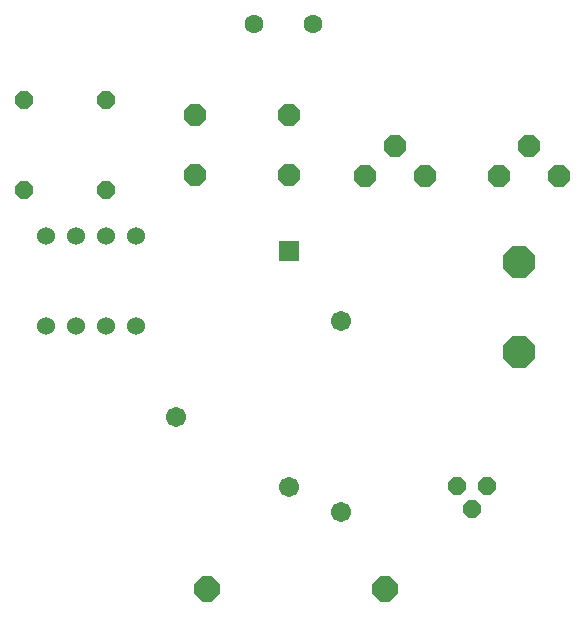
<source format=gts>
G75*
%MOIN*%
%OFA0B0*%
%FSLAX25Y25*%
%IPPOS*%
%LPD*%
%AMOC8*
5,1,8,0,0,1.08239X$1,22.5*
%
%ADD10R,0.06737X0.06737*%
%ADD11C,0.06737*%
%ADD12C,0.06706*%
%ADD13OC8,0.08400*%
%ADD14C,0.06312*%
%ADD15OC8,0.07400*%
%ADD16OC8,0.06000*%
%ADD17C,0.06000*%
%ADD18OC8,0.10800*%
%ADD19OC8,0.07100*%
D10*
X0128913Y0359348D03*
D11*
X0128913Y0280608D03*
D12*
X0146236Y0272340D03*
X0146236Y0336120D03*
X0091118Y0304230D03*
D13*
X0101551Y0246868D03*
X0160921Y0246868D03*
D14*
X0136866Y0435017D03*
X0117181Y0435017D03*
D15*
X0154110Y0384447D03*
X0164110Y0394447D03*
X0174110Y0384447D03*
X0198913Y0384447D03*
X0208913Y0394447D03*
X0218913Y0384447D03*
D16*
X0194937Y0281080D03*
X0189937Y0273580D03*
X0184937Y0281080D03*
X0067929Y0379663D03*
X0067929Y0409663D03*
X0040370Y0409663D03*
X0040370Y0379663D03*
D17*
X0047929Y0364387D03*
X0057929Y0364387D03*
X0067929Y0364387D03*
X0077929Y0364387D03*
X0077929Y0334387D03*
X0067929Y0334387D03*
X0057929Y0334387D03*
X0047929Y0334387D03*
D18*
X0205331Y0325726D03*
X0205331Y0355726D03*
D19*
X0128953Y0384663D03*
X0128953Y0404663D03*
X0097457Y0404663D03*
X0097457Y0384663D03*
M02*

</source>
